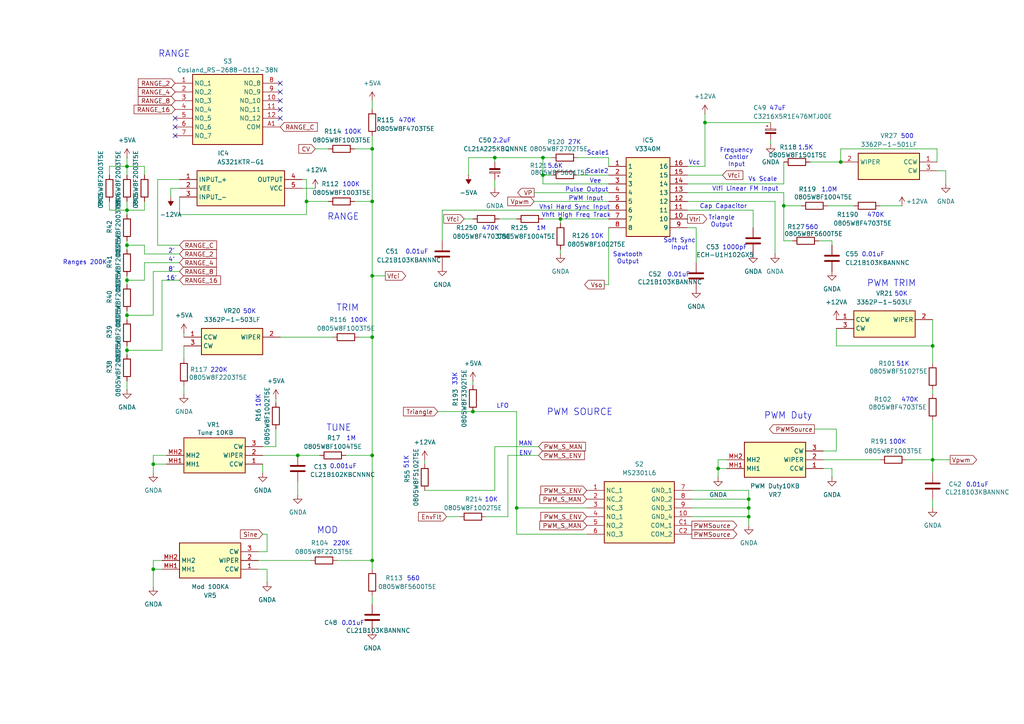
<source format=kicad_sch>
(kicad_sch (version 20250114) (generator "eeschema") (generator_version "9.0")
  (paper "A4")
  (text "LFO" (at 145.796 117.856 0) (effects (font (size 1.27 1.27))))
  (text "Scale2" (at 173.228 49.784 0) (effects (font (size 1.27 1.27))))
  (text "Vcc" (at 201.422 47.244 0) (effects (font (size 1.27 1.27))))
  (text "TRIM" (at 100.838 89.408 0) (effects (font (size 1.905 1.905))))
  (text "0.01uF" (at 283.464 140.716 0) (effects (font (size 1.27 1.27))))
  (text "560" (at 119.888 167.894 0) (effects (font (size 1.27 1.27))))
  (text "Frequency\nContlor\nInput" (at 213.614 45.72 0) (effects (font (size 1.27 1.27))))
  (text "220K" (at 63.5 107.442 0) (effects (font (size 1.27 1.27))))
  (text "10K" (at 142.494 145.034 0) (effects (font (size 1.27 1.27))))
  (text "33K" (at 131.9687 110.0165 90) (effects (font (size 1.27 1.27))))
  (text "RANGE" (at 50.546 15.748 0) (effects (font (size 1.905 1.905))))
  (text "Pulse Output" (at 170.18 55.118 0) (effects (font (size 1.27 1.27))))
  (text "47uF" (at 225.552 31.496 0) (effects (font (size 1.27 1.27))))
  (text "27K" (at 166.624 41.402 0) (effects (font (size 1.27 1.27))))
  (text "RANGE" (at 99.568 62.992 0) (effects (font (size 1.905 1.905))))
  (text "100K" (at 260.35 128.27 0) (effects (font (size 1.27 1.27))))
  (text "PWM SOURCE" (at 168.148 119.634 0) (effects (font (size 1.905 1.905))))
  (text "500" (at 263.144 39.624 0) (effects (font (size 1.27 1.27))))
  (text "Vhsi Hard Sync Input" (at 166.624 60.198 0) (effects (font (size 1.27 1.27))))
  (text "470K" (at 263.906 116.078 0) (effects (font (size 1.27 1.27))))
  (text "Triangle\nOutput" (at 209.296 64.262 0) (effects (font (size 1.27 1.27))))
  (text "0.001uF" (at 99.568 135.382 0) (effects (font (size 1.27 1.27))))
  (text "TUNE" (at 98.298 124.206 0) (effects (font (size 1.905 1.905))))
  (text "8'" (at 49.784 78.232 0) (effects (font (size 1.27 1.27))))
  (text "100K" (at 104.14 92.964 0) (effects (font (size 1.27 1.27))))
  (text "PWM Input" (at 169.926 57.658 0) (effects (font (size 1.27 1.27))))
  (text "51K" (at 117.856 134.112 90) (effects (font (size 1.27 1.27))))
  (text "470K" (at 254 62.484 0) (effects (font (size 1.27 1.27))))
  (text "PWM Duty" (at 228.6 120.65 0) (effects (font (size 1.905 1.905))))
  (text "1.5K" (at 233.68 42.926 0) (effects (font (size 1.27 1.27))))
  (text "Sawtooth\nOutput" (at 182.118 74.93 0) (effects (font (size 1.27 1.27))))
  (text "PWM TRIM" (at 258.572 82.296 0) (effects (font (size 1.905 1.905))))
  (text "1000pF" (at 213.106 71.882 0) (effects (font (size 1.27 1.27))))
  (text "Vlfi Linear FM Input" (at 216.154 54.864 0) (effects (font (size 1.27 1.27))))
  (text "220K" (at 99.06 157.734 0) (effects (font (size 1.27 1.27))))
  (text "MAN" (at 152.4 128.778 0) (effects (font (size 1.27 1.27))))
  (text "16'" (at 49.784 80.772 0) (effects (font (size 1.27 1.27))))
  (text "Vee" (at 172.72 52.578 0) (effects (font (size 1.27 1.27))))
  (text "10K" (at 173.228 68.58 0) (effects (font (size 1.27 1.27))))
  (text "0.01uF" (at 253.238 73.914 0) (effects (font (size 1.27 1.27))))
  (text "Soft Sync\nInput" (at 197.104 70.866 0) (effects (font (size 1.27 1.27))))
  (text "Scale1" (at 173.482 44.45 0) (effects (font (size 1.27 1.27))))
  (text "0.01uF" (at 102.362 180.848 0) (effects (font (size 1.27 1.27))))
  (text "Ranges 200K" (at 24.638 76.2 0) (effects (font (size 1.27 1.27))))
  (text "51K" (at 261.874 105.664 0) (effects (font (size 1.27 1.27))))
  (text "100K" (at 102.362 38.354 0) (effects (font (size 1.27 1.27))))
  (text "560" (at 235.458 66.04 0) (effects (font (size 1.27 1.27))))
  (text "2.2uF" (at 145.542 40.894 0) (effects (font (size 1.27 1.27))))
  (text "1M" (at 101.854 127.254 0) (effects (font (size 1.27 1.27))))
  (text "Vs Scale" (at 221.234 52.07 0) (effects (font (size 1.27 1.27))))
  (text "ENV" (at 152.4 131.572 0) (effects (font (size 1.27 1.27))))
  (text "50K" (at 72.39 90.424 0) (effects (font (size 1.27 1.27))))
  (text "470K" (at 142.24 66.294 0) (effects (font (size 1.27 1.27))))
  (text "100K" (at 101.854 53.594 0) (effects (font (size 1.27 1.27))))
  (text "10K" (at 74.93 116.332 90) (effects (font (size 1.27 1.27))))
  (text "1.0M" (at 240.538 55.118 0) (effects (font (size 1.27 1.27))))
  (text "Cap Capacitor" (at 209.804 59.944 0) (effects (font (size 1.27 1.27))))
  (text "0.01uF" (at 196.85 79.756 0) (effects (font (size 1.27 1.27))))
  (text "0.01uF" (at 120.904 73.152 0) (effects (font (size 1.27 1.27))))
  (text "50K" (at 261.366 85.344 0) (effects (font (size 1.27 1.27))))
  (text "470K" (at 118.11 35.052 0) (effects (font (size 1.27 1.27))))
  (text "1M" (at 156.972 66.294 0) (effects (font (size 1.27 1.27))))
  (text "4'" (at 49.784 75.438 0) (effects (font (size 1.27 1.27))))
  (text "MOD" (at 94.996 153.924 0) (effects (font (size 1.905 1.905))))
  (text "Vhft High Freq Track" (at 167.132 62.484 0) (effects (font (size 1.27 1.27))))
  (text "5.6K" (at 161.036 48.26 0) (effects (font (size 1.27 1.27))))
  (text "2'" (at 49.784 72.898 0) (effects (font (size 1.27 1.27))))
  (junction (at 36.83 91.44))
  (junction (at 36.83 101.6))
  (junction (at 44.45 134.62))
  (junction (at 107.95 97.79))
  (junction (at 157.48 50.8))
  (junction (at 157.48 45.72))
  (junction (at 44.45 165.1))
  (junction (at 107.95 58.42))
  (junction (at 204.47 35.56))
  (junction (at 86.36 132.08))
  (junction (at 137.16 119.38))
  (junction (at 149.86 147.32))
  (junction (at 88.9 58.42))
  (junction (at 227.33 59.69))
  (junction (at 143.51 45.72))
  (junction (at 36.83 71.12))
  (junction (at 162.56 63.5))
  (junction (at 36.83 60.96))
  (junction (at 107.95 162.56))
  (junction (at 107.95 80.01))
  (junction (at 36.83 81.28))
  (junction (at 107.95 43.18))
  (junction (at 243.84 46.99))
  (junction (at 36.83 48.26))
  (junction (at 270.51 133.35))
  (junction (at 217.17 147.32))
  (junction (at 107.95 132.08))
  (junction (at 270.51 100.33))
  (junction (at 217.17 144.78))
  (junction (at 208.28 135.89))
  (junction (at 217.17 149.86))
  (no_connect (at 81.28 26.67))
  (no_connect (at 81.28 31.75))
  (no_connect (at 50.8 34.29))
  (no_connect (at 50.8 36.83))
  (no_connect (at 81.28 29.21))
  (no_connect (at 81.28 34.29))
  (no_connect (at 81.28 24.13))
  (no_connect (at 50.8 39.37))
  (wire (pts (xy 76.2 129.54) (xy 80.01 129.54)))
  (wire (pts (xy 128.27 60.96) (xy 128.27 69.85)))
  (wire (pts (xy 227.33 46.99) (xy 227.33 53.34)))
  (wire (pts (xy 107.95 43.18) (xy 107.95 58.42)))
  (wire (pts (xy 107.95 172.72) (xy 107.95 175.26)))
  (wire (pts (xy 208.28 133.35) (xy 208.28 135.89)))
  (wire (pts (xy 200.66 149.86) (xy 217.17 149.86)))
  (wire (pts (xy 41.91 76.2) (xy 52.07 76.2)))
  (wire (pts (xy 36.83 48.26) (xy 41.91 48.26)))
  (wire (pts (xy 81.28 97.79) (xy 96.52 97.79)))
  (wire (pts (xy 176.53 45.72) (xy 167.64 45.72)))
  (wire (pts (xy 157.48 45.72) (xy 160.02 45.72)))
  (wire (pts (xy 200.66 147.32) (xy 217.17 147.32)))
  (wire (pts (xy 255.27 59.69) (xy 261.62 59.69)))
  (wire (pts (xy 45.72 71.12) (xy 45.72 52.07)))
  (wire (pts (xy 270.51 100.33) (xy 270.51 92.71)))
  (wire (pts (xy 149.86 147.32) (xy 149.86 119.38)))
  (wire (pts (xy 162.56 63.5) (xy 176.53 63.5)))
  (wire (pts (xy 53.34 96.52) (xy 53.34 97.79)))
  (wire (pts (xy 134.62 63.5) (xy 137.16 63.5)))
  (wire (pts (xy 137.16 110.49) (xy 137.16 111.76)))
  (wire (pts (xy 36.83 60.96) (xy 36.83 62.23)))
  (wire (pts (xy 46.99 101.6) (xy 46.99 81.28)))
  (wire (pts (xy 41.91 71.12) (xy 41.91 73.66)))
  (wire (pts (xy 199.39 55.88) (xy 227.33 55.88)))
  (wire (pts (xy 217.17 149.86) (xy 217.17 152.4)))
  (wire (pts (xy 217.17 144.78) (xy 217.17 147.32)))
  (wire (pts (xy 237.49 69.85) (xy 241.3 69.85)))
  (wire (pts (xy 262.89 133.35) (xy 270.51 133.35)))
  (wire (pts (xy 147.32 132.08) (xy 156.21 132.08)))
  (wire (pts (xy 242.57 124.46) (xy 242.57 130.81)))
  (wire (pts (xy 143.51 45.72) (xy 157.48 45.72)))
  (wire (pts (xy 238.76 133.35) (xy 255.27 133.35)))
  (wire (pts (xy 227.33 55.88) (xy 227.33 59.69)))
  (wire (pts (xy 36.83 90.17) (xy 36.83 91.44)))
  (wire (pts (xy 176.53 48.26) (xy 176.53 45.72)))
  (wire (pts (xy 270.51 133.35) (xy 275.59 133.35)))
  (wire (pts (xy 242.57 130.81) (xy 238.76 130.81)))
  (wire (pts (xy 143.51 129.54) (xy 156.21 129.54)))
  (wire (pts (xy 88.9 52.07) (xy 87.63 52.07)))
  (wire (pts (xy 175.26 82.55) (xy 176.53 82.55)))
  (wire (pts (xy 41.91 48.26) (xy 41.91 50.8)))
  (wire (pts (xy 224.79 58.42) (xy 224.79 73.66)))
  (wire (pts (xy 154.94 58.42) (xy 176.53 58.42)))
  (wire (pts (xy 76.2 154.94) (xy 77.47 154.94)))
  (wire (pts (xy 204.47 33.02) (xy 204.47 35.56)))
  (wire (pts (xy 77.47 165.1) (xy 77.47 168.91)))
  (wire (pts (xy 76.2 137.16) (xy 76.2 134.62)))
  (wire (pts (xy 111.76 80.01) (xy 107.95 80.01)))
  (wire (pts (xy 170.18 154.94) (xy 149.86 154.94)))
  (wire (pts (xy 53.34 111.76) (xy 53.34 114.3)))
  (wire (pts (xy 107.95 97.79) (xy 107.95 80.01)))
  (wire (pts (xy 208.28 135.89) (xy 208.28 138.43)))
  (wire (pts (xy 41.91 73.66) (xy 52.07 73.66)))
  (wire (pts (xy 36.83 91.44) (xy 44.45 91.44)))
  (wire (pts (xy 227.33 53.34) (xy 199.39 53.34)))
  (wire (pts (xy 53.34 100.33) (xy 53.34 104.14)))
  (wire (pts (xy 107.95 97.79) (xy 107.95 132.08)))
  (wire (pts (xy 36.83 80.01) (xy 36.83 81.28)))
  (wire (pts (xy 241.3 69.85) (xy 241.3 71.12)))
  (wire (pts (xy 229.87 69.85) (xy 227.33 69.85)))
  (wire (pts (xy 129.54 149.86) (xy 133.35 149.86)))
  (wire (pts (xy 270.51 113.03) (xy 270.51 114.3)))
  (wire (pts (xy 144.78 63.5) (xy 149.86 63.5)))
  (wire (pts (xy 270.51 133.35) (xy 270.51 137.16)))
  (wire (pts (xy 36.83 45.72) (xy 36.83 48.26)))
  (wire (pts (xy 36.83 91.44) (xy 36.83 92.71)))
  (wire (pts (xy 143.51 45.72) (xy 143.51 46.99)))
  (wire (pts (xy 127 119.38) (xy 137.16 119.38)))
  (wire (pts (xy 218.44 60.96) (xy 218.44 66.04)))
  (wire (pts (xy 45.72 71.12) (xy 52.07 71.12)))
  (wire (pts (xy 201.93 66.04) (xy 199.39 66.04)))
  (wire (pts (xy 200.66 144.78) (xy 217.17 144.78)))
  (wire (pts (xy 44.45 91.44) (xy 44.45 78.74)))
  (wire (pts (xy 217.17 147.32) (xy 217.17 149.86)))
  (wire (pts (xy 86.36 139.7) (xy 86.36 143.51)))
  (wire (pts (xy 46.99 162.56) (xy 44.45 162.56)))
  (wire (pts (xy 140.97 149.86) (xy 147.32 149.86)))
  (wire (pts (xy 31.75 50.8) (xy 31.75 48.26)))
  (wire (pts (xy 88.9 62.23) (xy 88.9 58.42)))
  (wire (pts (xy 234.95 46.99) (xy 243.84 46.99)))
  (wire (pts (xy 123.19 133.35) (xy 123.19 134.62)))
  (wire (pts (xy 157.48 63.5) (xy 162.56 63.5)))
  (wire (pts (xy 176.53 60.96) (xy 128.27 60.96)))
  (wire (pts (xy 74.93 162.56) (xy 90.17 162.56)))
  (wire (pts (xy 199.39 58.42) (xy 224.79 58.42)))
  (wire (pts (xy 143.51 142.24) (xy 143.51 129.54)))
  (wire (pts (xy 36.83 81.28) (xy 36.83 82.55)))
  (wire (pts (xy 204.47 48.26) (xy 199.39 48.26)))
  (wire (pts (xy 200.66 142.24) (xy 217.17 142.24)))
  (wire (pts (xy 199.39 60.96) (xy 218.44 60.96)))
  (wire (pts (xy 209.55 50.8) (xy 199.39 50.8)))
  (wire (pts (xy 160.02 50.8) (xy 157.48 50.8)))
  (wire (pts (xy 88.9 58.42) (xy 88.9 52.07)))
  (wire (pts (xy 36.83 69.85) (xy 36.83 71.12)))
  (wire (pts (xy 104.14 97.79) (xy 107.95 97.79)))
  (wire (pts (xy 242.57 100.33) (xy 270.51 100.33)))
  (wire (pts (xy 102.87 43.18) (xy 107.95 43.18)))
  (wire (pts (xy 176.53 82.55) (xy 176.53 66.04)))
  (wire (pts (xy 107.95 58.42) (xy 107.95 80.01)))
  (wire (pts (xy 86.36 132.08) (xy 92.71 132.08)))
  (wire (pts (xy 107.95 29.21) (xy 107.95 31.75)))
  (wire (pts (xy 48.26 134.62) (xy 44.45 134.62)))
  (wire (pts (xy 223.52 40.64) (xy 223.52 41.91)))
  (wire (pts (xy 74.93 165.1) (xy 77.47 165.1)))
  (wire (pts (xy 170.18 147.32) (xy 149.86 147.32)))
  (wire (pts (xy 41.91 81.28) (xy 41.91 76.2)))
  (wire (pts (xy 36.83 60.96) (xy 41.91 60.96)))
  (wire (pts (xy 271.78 49.53) (xy 274.32 49.53)))
  (wire (pts (xy 135.89 45.72) (xy 143.51 45.72)))
  (wire (pts (xy 36.83 58.42) (xy 36.83 60.96)))
  (wire (pts (xy 167.64 50.8) (xy 176.53 50.8)))
  (wire (pts (xy 80.01 124.46) (xy 80.01 129.54)))
  (wire (pts (xy 36.83 48.26) (xy 36.83 50.8)))
  (wire (pts (xy 240.03 59.69) (xy 247.65 59.69)))
  (wire (pts (xy 135.89 45.72) (xy 135.89 50.8)))
  (wire (pts (xy 154.94 55.88) (xy 176.53 55.88)))
  (wire (pts (xy 227.33 59.69) (xy 232.41 59.69)))
  (wire (pts (xy 147.32 149.86) (xy 147.32 132.08)))
  (wire (pts (xy 80.01 116.84) (xy 80.01 115.57)))
  (wire (pts (xy 210.82 135.89) (xy 208.28 135.89)))
  (wire (pts (xy 270.51 121.92) (xy 270.51 133.35)))
  (wire (pts (xy 44.45 162.56) (xy 44.45 165.1)))
  (wire (pts (xy 204.47 35.56) (xy 223.52 35.56)))
  (wire (pts (xy 45.72 52.07) (xy 52.07 52.07)))
  (wire (pts (xy 271.78 46.99) (xy 271.78 43.18)))
  (wire (pts (xy 91.44 43.18) (xy 95.25 43.18)))
  (wire (pts (xy 107.95 39.37) (xy 107.95 43.18)))
  (wire (pts (xy 143.51 52.07) (xy 143.51 54.61)))
  (wire (pts (xy 271.78 43.18) (xy 243.84 43.18)))
  (wire (pts (xy 123.19 142.24) (xy 143.51 142.24)))
  (wire (pts (xy 87.63 54.61) (xy 91.44 54.61)))
  (wire (pts (xy 176.53 53.34) (xy 157.48 53.34)))
  (wire (pts (xy 46.99 81.28) (xy 52.07 81.28)))
  (wire (pts (xy 31.75 48.26) (xy 36.83 48.26)))
  (wire (pts (xy 88.9 58.42) (xy 95.25 58.42)))
  (wire (pts (xy 46.99 165.1) (xy 44.45 165.1)))
  (wire (pts (xy 36.83 100.33) (xy 36.83 101.6)))
  (wire (pts (xy 243.84 43.18) (xy 243.84 46.99)))
  (wire (pts (xy 107.95 162.56) (xy 107.95 165.1)))
  (wire (pts (xy 41.91 60.96) (xy 41.91 58.42)))
  (wire (pts (xy 44.45 132.08) (xy 44.45 134.62)))
  (wire (pts (xy 44.45 78.74) (xy 52.07 78.74)))
  (wire (pts (xy 31.75 60.96) (xy 36.83 60.96)))
  (wire (pts (xy 74.93 160.02) (xy 77.47 160.02)))
  (wire (pts (xy 36.83 71.12) (xy 41.91 71.12)))
  (wire (pts (xy 49.53 54.61) (xy 49.53 57.15)))
  (wire (pts (xy 270.51 100.33) (xy 270.51 105.41)))
  (wire (pts (xy 157.48 45.72) (xy 157.48 50.8)))
  (wire (pts (xy 242.57 124.46) (xy 236.22 124.46)))
  (wire (pts (xy 270.51 144.78) (xy 270.51 147.32)))
  (wire (pts (xy 162.56 63.5) (xy 162.56 64.77)))
  (wire (pts (xy 149.86 154.94) (xy 149.86 147.32)))
  (wire (pts (xy 77.47 154.94) (xy 77.47 160.02)))
  (wire (pts (xy 107.95 162.56) (xy 107.95 132.08)))
  (wire (pts (xy 102.87 58.42) (xy 107.95 58.42)))
  (wire (pts (xy 100.33 132.08) (xy 107.95 132.08)))
  (wire (pts (xy 274.32 49.53) (xy 274.32 53.34)))
  (wire (pts (xy 149.86 119.38) (xy 137.16 119.38)))
  (wire (pts (xy 44.45 134.62) (xy 44.45 137.16)))
  (wire (pts (xy 48.26 132.08) (xy 44.45 132.08)))
  (wire (pts (xy 227.33 59.69) (xy 227.33 69.85)))
  (wire (pts (xy 36.83 101.6) (xy 46.99 101.6)))
  (wire (pts (xy 241.3 135.89) (xy 241.3 138.43)))
  (wire (pts (xy 52.07 57.15) (xy 52.07 62.23)))
  (wire (pts (xy 157.48 53.34) (xy 157.48 50.8)))
  (wire (pts (xy 52.07 54.61) (xy 49.53 54.61)))
  (wire (pts (xy 217.17 142.24) (xy 217.17 144.78)))
  (wire (pts (xy 36.83 71.12) (xy 36.83 72.39)))
  (wire (pts (xy 31.75 58.42) (xy 31.75 60.96)))
  (wire (pts (xy 44.45 165.1) (xy 44.45 170.18)))
  (wire (pts (xy 238.76 135.89) (xy 241.3 135.89)))
  (wire (pts (xy 210.82 133.35) (xy 208.28 133.35)))
  (wire (pts (xy 76.2 132.08) (xy 86.36 132.08)))
  (wire (pts (xy 52.07 62.23) (xy 88.9 62.23)))
  (wire (pts (xy 201.93 66.04) (xy 201.93 76.2)))
  (wire (pts (xy 242.57 95.25) (xy 242.57 100.33)))
  (wire (pts (xy 36.83 110.49) (xy 36.83 113.03)))
  (wire (pts (xy 97.79 162.56) (xy 107.95 162.56)))
  (wire (pts (xy 36.83 81.28) (xy 41.91 81.28)))
  (wire (pts (xy 162.56 73.66) (xy 162.56 72.39)))
  (wire (pts (xy 204.47 35.56) (xy 204.47 48.26)))
  (wire (pts (xy 36.83 101.6) (xy 36.83 102.87)))
  (global_label "VP" (shape output) (at 154.94 55.88 180) (property "Intersheetrefs" "${INTERSHEET_REFS}" (effects (hide yes))))
  (global_label "RANGE_16" (shape input) (at 52.07 81.28 0) (property "Intersheetrefs" "${INTERSHEET_REFS}" (effects (hide yes))))
  (global_label "Vpwm" (shape input) (at 154.94 58.42 180) (property "Intersheetrefs" "${INTERSHEET_REFS}" (effects (hide yes))))
  (global_label "RANGE_2" (shape input) (at 50.8 24.13 180) (property "Intersheetrefs" "${INTERSHEET_REFS}" (effects (hide yes))))
  (global_label "PWMSource" (shape output) (at 200.66 152.4 0) (property "Intersheetrefs" "${INTERSHEET_REFS}" (effects (hide yes))))
  (global_label "RANGE_C" (shape input) (at 81.28 36.83 0) (property "Intersheetrefs" "${INTERSHEET_REFS}" (effects (hide yes))))
  (global_label "RANGE_4" (shape input) (at 50.8 26.67 180) (property "Intersheetrefs" "${INTERSHEET_REFS}" (effects (hide yes))))
  (global_label "Vpwm" (shape output) (at 275.59 133.35 0) (property "Intersheetrefs" "${INTERSHEET_REFS}" (effects (hide yes))))
  (global_label "RANGE_8" (shape input) (at 50.8 29.21 180) (property "Intersheetrefs" "${INTERSHEET_REFS}" (effects (hide yes))))
  (global_label "EnvFlt" (shape input) (at 129.54 149.86 180) (property "Intersheetrefs" "${INTERSHEET_REFS}" (effects (hide yes))))
  (global_label "Vfci" (shape input) (at 209.55 50.8 0) (property "Intersheetrefs" "${INTERSHEET_REFS}" (effects (hide yes))))
  (global_label "PWM_S_MAN" (shape input) (at 156.21 129.54 0) (property "Intersheetrefs" "${INTERSHEET_REFS}" (effects (hide yes))))
  (global_label "RANGE_2" (shape input) (at 52.07 73.66 0) (property "Intersheetrefs" "${INTERSHEET_REFS}" (effects (hide yes))))
  (global_label "Triangle" (shape input) (at 127 119.38 180) (property "Intersheetrefs" "${INTERSHEET_REFS}" (effects (hide yes))))
  (global_label "PWM_S_ENV" (shape input) (at 156.21 132.08 0) (property "Intersheetrefs" "${INTERSHEET_REFS}" (effects (hide yes))))
  (global_label "PWM_S_MAN" (shape input) (at 170.18 152.4 180) (property "Intersheetrefs" "${INTERSHEET_REFS}" (effects (hide yes))))
  (global_label "RANGE_4" (shape input) (at 52.07 76.2 0) (property "Intersheetrefs" "${INTERSHEET_REFS}" (effects (hide yes))))
  (global_label "Sine" (shape input) (at 76.2 154.94 180) (property "Intersheetrefs" "${INTERSHEET_REFS}" (effects (hide yes))))
  (global_label "PWMSource" (shape output) (at 236.22 124.46 180) (property "Intersheetrefs" "${INTERSHEET_REFS}" (effects (hide yes))))
  (global_label "PWM_S_MAN" (shape input) (at 170.18 144.78 180) (property "Intersheetrefs" "${INTERSHEET_REFS}" (effects (hide yes))))
  (global_label "RANGE_16" (shape input) (at 50.8 31.75 180) (property "Intersheetrefs" "${INTERSHEET_REFS}" (effects (hide yes))))
  (global_label "PWM_S_ENV" (shape input) (at 170.18 142.24 180) (property "Intersheetrefs" "${INTERSHEET_REFS}" (effects (hide yes))))
  (global_label "CV" (shape input) (at 91.44 43.18 180) (property "Intersheetrefs" "${INTERSHEET_REFS}" (effects (hide yes))))
  (global_label "Vfci" (shape output) (at 111.76 80.01 0) (property "Intersheetrefs" "${INTERSHEET_REFS}" (effects (hide yes))))
  (global_label "RANGE_C" (shape input) (at 52.07 71.12 0) (property "Intersheetrefs" "${INTERSHEET_REFS}" (effects (hide yes))))
  (global_label "RANGE_8" (shape input) (at 52.07 78.74 0) (property "Intersheetrefs" "${INTERSHEET_REFS}" (effects (hide yes))))
  (global_label "Vfci" (shape input) (at 134.62 63.5 180) (property "Intersheetrefs" "${INTERSHEET_REFS}" (effects (hide yes))))
  (global_label "Vso" (shape output) (at 175.26 82.55 180) (property "Intersheetrefs" "${INTERSHEET_REFS}" (effects (hide yes))))
  (global_label "PWM_S_ENV" (shape input) (at 170.18 149.86 180) (property "Intersheetrefs" "${INTERSHEET_REFS}" (effects (hide yes))))
  (global_label "PWMSource" (shape output) (at 200.66 154.94 0) (property "Intersheetrefs" "${INTERSHEET_REFS}" (effects (hide yes))))
  (global_label "Vtri" (shape output) (at 199.39 63.5 0) (property "Intersheetrefs" "${INTERSHEET_REFS}" (effects (hide yes))))
  (symbol (lib_id "power:+5VA") (at 53.34 96.52 0) (unit 1)
    (property "Reference" "#PWR020" (effects (hide yes)))
    (property "Value" "+5VA" (at 53.34 91.44 0))
    (property "Description" "Power symbol creates a global label with name \"+5VA\"" (effects (hide yes)))
  )
  (symbol (lib_id "Device:R") (at 231.14 46.99 90) (unit 1)
    (property "Reference" "R118" (at 228.6 42.672 90))
    (property "Value" "0805W8F1501T5E" (at 231.394 44.958 90))
    (property "Footprint" "Resistor_SMD:R_0805_2012Metric_Pad1.20x1.40mm_HandSolder" (effects (hide yes)))
    (property "Description" "Resistor" (effects (hide yes)))
  )
  (symbol (lib_id "Device:R") (at 80.01 120.65 180) (unit 1)
    (property "Reference" "R16" (at 74.93 120.396 90))
    (property "Value" "0805W8F1002T5E" (at 77.47 120.65 90))
    (property "Footprint" "Resistor_SMD:R_0805_2012Metric_Pad1.20x1.40mm_HandSolder" (effects (hide yes)))
    (property "Description" "Resistor" (effects (hide yes)))
  )
  (symbol (lib_id "Device:R") (at 163.83 50.8 90) (unit 1)
    (property "Reference" "R121" (at 156.21 48.006 90))
    (property "Value" "0805W8F5601T5E" (at 162.306 50.038 90))
    (property "Footprint" "Resistor_SMD:R_0805_2012Metric_Pad1.20x1.40mm_HandSolder" (effects (hide yes)))
    (property "Description" "Resistor" (effects (hide yes)))
  )
  (symbol (lib_id "power:GNDA") (at 217.17 152.4 0) (unit 1)
    (property "Reference" "#PWR027" (effects (hide yes)))
    (property "Value" "GNDA" (at 217.17 157.48 0))
    (property "Description" "Power symbol creates a global label with name \"GNDA\" , analog ground" (effects (hide yes)))
  )
  (symbol (lib_id "Device:C") (at 201.93 80.01 180) (unit 1)
    (property "Reference" "C52" (at 187.96 79.502 0) (effects (justify right)))
    (property "Value" "CL21B103KBANNNC" (at 184.912 81.788 0) (effects (justify right)))
    (property "Footprint" "Capacitor_SMD:C_0805_2012Metric_Pad1.18x1.45mm_HandSolder" (effects (hide yes)))
    (property "Description" "Unpolarized capacitor" (effects (hide yes)))
  )
  (symbol (lib_id "Device:C") (at 218.44 69.85 180) (unit 1)
    (property "Reference" "C53" (at 204.724 71.628 0) (effects (justify right)))
    (property "Value" "ECH-U1H102GX5" (at 201.93 73.914 0) (effects (justify right)))
    (property "Footprint" "Capacitor_SMD:C_0805_2012Metric_Pad1.18x1.45mm_HandSolder" (effects (hide yes)))
    (property "Description" "Unpolarized capacitor" (effects (hide yes)))
  )
  (symbol (lib_id "power:+5VA") (at 80.01 115.57 0) (unit 1)
    (property "Reference" "#PWR017" (effects (hide yes)))
    (property "Value" "+5VA" (at 80.01 110.49 0))
    (property "Description" "Power symbol creates a global label with name \"+5VA\"" (effects (hide yes)))
  )
  (symbol (lib_id "SamacSys_Parts:RK09D117000B") (at 76.2 134.62 180) (unit 1)
    (property "Reference" "VR1" (at 61.976 123.19 0))
    (property "Value" "Tune 10KB" (at 62.484 125.476 0))
    (property "Footprint" "SamacSys_parts:RK09D117000B" (effects (hide yes)))
    (property "Datasheet" "https://tech.alpsalpine.com/prod/j/html/potentiometer/rotarypotentiometers/rk09k/rk09d117000b.html" (effects (hide yes)))
    (property "Description" "9-inch insulated shaft snap-in type RK09K/RK09D series" (effects (hide yes)))
    (property "Height" "30" (effects (hide yes)))
    (property "Manufacturer_Name" "ALPS Electric" (effects (hide yes)))
    (property "Manufacturer_Part_Number" "RK09D117000B" (effects (hide yes)))
    (property "Mouser Part Number" "688-RK09D117000B" (effects (hide yes)))
    (property "Mouser Price/Stock" "https://www.mouser.co.uk/ProductDetail/Alps-Alpine/RK09D117000B?qs=3cOf6TWd2rbc67829PEbEQ%3D%3D" (effects (hide yes)))
  )
  (symbol (lib_id "power:GNDA") (at 241.3 138.43 0) (unit 1)
    (property "Reference" "#PWR010" (effects (hide yes)))
    (property "Value" "GNDA" (at 241.3 143.51 0))
    (property "Description" "Power symbol creates a global label with name \"GNDA\" , analog ground" (effects (hide yes)))
  )
  (symbol (lib_id "power:GNDA") (at 77.47 168.91 0) (mirror y) (unit 1)
    (property "Reference" "#PWR013" (effects (hide yes)))
    (property "Value" "GNDA" (at 77.47 173.99 0))
    (property "Description" "Power symbol creates a global label with name \"GNDA\" , analog ground" (effects (hide yes)))
  )
  (symbol (lib_id "power:GNDA") (at 53.34 114.3 0) (unit 1)
    (property "Reference" "#PWR051" (effects (hide yes)))
    (property "Value" "GNDA" (at 53.34 119.38 0))
    (property "Description" "Power symbol creates a global label with name \"GNDA\" , analog ground" (effects (hide yes)))
  )
  (symbol (lib_id "Device:R") (at 93.98 162.56 90) (unit 1)
    (property "Reference" "R104" (at 92.71 157.48 90))
    (property "Value" "0805W8F2203T5E" (at 93.98 160.02 90))
    (property "Footprint" "Resistor_SMD:R_0805_2012Metric_Pad1.20x1.40mm_HandSolder" (effects (hide yes)))
    (property "Description" "Resistor" (effects (hide yes)))
  )
  (symbol (lib_id "Device:C") (at 86.36 135.89 180) (unit 1)
    (property "Reference" "C13" (at 90.932 135.382 0) (effects (justify right)))
    (property "Value" "CL21B102KBCNNNC" (at 89.916 137.668 0) (effects (justify right)))
    (property "Footprint" "Capacitor_SMD:C_0805_2012Metric_Pad1.18x1.45mm_HandSolder" (effects (hide yes)))
    (property "Description" "Unpolarized capacitor" (effects (hide yes)))
  )
  (symbol (lib_id "SamacSys_Parts:3362P-1-103LF") (at 53.34 97.79 0) (unit 1)
    (property "Reference" "VR20" (at 67.31 90.17 0))
    (property "Value" "3362P-1-503LF" (at 67.31 92.71 0))
    (property "Footprint" "SamacSys_parts:3362P_1" (effects (hide yes)))
    (property "Datasheet" "https://datasheet.datasheetarchive.com/originals/distributors/SFDatasheet-6/sf-000139931.pdf" (effects (hide yes)))
    (property "Description" "10k, Through Hole Trimmer Potentiometer 0.5W Top Adjust Bourns, 3362" (effects (hide yes)))
    (property "Manufacturer_Name" "Bourns" (effects (hide yes)))
    (property "Manufacturer_Part_Number" "3362P-1-103LF" (effects (hide yes)))
    (property "Mouser Part Number" "652-3362P-1-103LF" (effects (hide yes)))
    (property "Mouser Price/Stock" "https://www.mouser.co.uk/ProductDetail/Bourns/3362P-1-103LF?qs=tS7CBNq%252BQ07BavGNEQud%252BA%3D%3D" (effects (hide yes)))
    (property "Arrow Part Number" "3362P-1-103LF" (effects (hide yes)))
    (property "Arrow Price/Stock" "https://www.arrow.com/en/products/3362p-1-103lf/bourns?utm_currency=USD&region=nac" (effects (hide yes)))
  )
  (symbol (lib_id "power:GNDA") (at 218.44 73.66 0) (unit 1)
    (property "Reference" "#PWR063" (effects (hide yes)))
    (property "Value" "GNDA" (at 218.44 78.74 0))
    (property "Description" "Power symbol creates a global label with name \"GNDA\" , analog ground" (effects (hide yes)))
  )
  (symbol (lib_id "Device:R") (at 31.75 54.61 180) (unit 1)
    (property "Reference" "R43" (at 29.21 57.912 90))
    (property "Value" "0805W8F2003T5E" (at 29.21 52.07 90))
    (property "Footprint" "Resistor_SMD:R_0805_2012Metric_Pad1.20x1.40mm_HandSolder" (effects (hide yes)))
    (property "Description" "Resistor" (effects (hide yes)))
  )
  (symbol (lib_id "power:+12VA") (at 91.44 54.61 0) (unit 1)
    (property "Reference" "#PWR052" (effects (hide yes)))
    (property "Value" "+12VA" (at 91.694 49.276 0))
    (property "Description" "Power symbol creates a global label with name \"+12VA\"" (effects (hide yes)))
  )
  (symbol (lib_id "power:GNDA") (at 44.45 170.18 0) (mirror y) (unit 1)
    (property "Reference" "#PWR014" (effects (hide yes)))
    (property "Value" "GNDA" (at 44.45 175.26 0))
    (property "Description" "Power symbol creates a global label with name \"GNDA\" , analog ground" (effects (hide yes)))
  )
  (symbol (lib_id "Device:R") (at 140.97 63.5 90) (unit 1)
    (property "Reference" "R1250" (at 135.382 66.04 90))
    (property "Value" "0805W8F4703T5E" (at 139.7 68.58 90))
    (property "Footprint" "Resistor_SMD:R_0805_2012Metric_Pad1.20x1.40mm_HandSolder" (effects (hide yes)))
    (property "Description" "Resistor" (effects (hide yes)))
  )
  (symbol (lib_id "power:+12VA") (at 123.19 133.35 0) (unit 1)
    (property "Reference" "#PWR055" (effects (hide yes)))
    (property "Value" "+12VA" (at 123.19 128.27 0))
    (property "Description" "Power symbol creates a global label with name \"+12VA\"" (effects (hide yes)))
  )
  (symbol (lib_name "R_1") (lib_id "Device:R") (at 137.16 115.57 180) (unit 1)
    (property "Reference" "R193" (at 132.08 115.316 90))
    (property "Value" "0805W8F3302T5E" (at 134.62 115.57 90))
    (property "Footprint" "Resistor_SMD:R_0805_2012Metric_Pad1.20x1.40mm_HandSolder" (effects (hide yes)))
    (property "Description" "Resistor" (effects (hide yes)))
  )
  (symbol (lib_id "power:GNDA") (at 76.2 137.16 0) (unit 1)
    (property "Reference" "#PWR018" (effects (hide yes)))
    (property "Value" "GNDA" (at 76.2 142.24 0))
    (property "Description" "Power symbol creates a global label with name \"GNDA\" , analog ground" (effects (hide yes)))
  )
  (symbol (lib_id "SamacSys_Parts:MS2301L6") (at 170.18 142.24 0) (unit 1)
    (property "Reference" "S2" (at 185.42 134.62 0))
    (property "Value" "MS2301L6" (at 185.42 137.16 0))
    (property "Footprint" "SamacSys_parts:MS2301L6" (effects (hide yes)))
    (property "Datasheet" "https://www.citrelay.com/Catalog%20Pages/SwitchCatalog/MS2301.pdf" (effects (hide yes)))
    (property "Description" "SLIDE SWITCH DP3T 200MA 30VDC" (effects (hide yes)))
    (property "Height" "14.1" (effects (hide yes)))
    (property "Manufacturer_Name" "CIT Relay & Switch" (effects (hide yes)))
    (property "Manufacturer_Part_Number" "MS2301L6" (effects (hide yes)))
  )
  (symbol (lib_id "Device:R") (at 259.08 133.35 90) (unit 1)
    (property "Reference" "R191" (at 255.016 128.016 90))
    (property "Value" "0805W8F1003T5E" (at 259.08 130.81 90))
    (property "Footprint" "Resistor_SMD:R_0805_2012Metric_Pad1.20x1.40mm_HandSolder" (effects (hide yes)))
    (property "Description" "Resistor" (effects (hide yes)))
  )
  (symbol (lib_id "Device:C_Polarized_Small") (at 143.51 49.53 180) (unit 1)
    (property "Reference" "C50" (at 138.684 40.64 0) (effects (justify right)))
    (property "Value" "CL21A225KBQNNNE" (at 134.366 43.18 0) (effects (justify right)))
    (property "Footprint" "Capacitor_SMD:C_0805_2012Metric_Pad1.18x1.45mm_HandSolder" (effects (hide yes)))
    (property "Description" "Polarized capacitor, small symbol" (effects (hide yes)))
  )
  (symbol (lib_id "Device:R") (at 270.51 118.11 180) (unit 1)
    (property "Reference" "R102" (at 256.032 115.824 0))
    (property "Value" "0805W8F4703T5E" (at 260.35 118.11 0))
    (property "Footprint" "Resistor_SMD:R_0805_2012Metric_Pad1.20x1.40mm_HandSolder" (effects (hide yes)))
    (property "Description" "Resistor" (effects (hide yes)))
  )
  (symbol (lib_id "Device:R") (at 137.16 149.86 90) (unit 1)
    (property "Reference" "R214" (at 137.414 144.78 90))
    (property "Value" "0805W8F1002T5E" (at 137.16 147.32 90))
    (property "Footprint" "Resistor_SMD:R_0805_2012Metric_Pad1.20x1.40mm_HandSolder" (effects (hide yes)))
    (property "Description" "Resistor" (effects (hide yes)))
  )
  (symbol (lib_id "power:+12VA") (at 242.57 92.71 0) (unit 1)
    (property "Reference" "#PWR067" (effects (hide yes)))
    (property "Value" "+12VA" (at 242.57 87.63 0))
    (property "Description" "Power symbol creates a global label with name \"+12VA\"" (effects (hide yes)))
  )
  (symbol (lib_id "Device:R") (at 36.83 54.61 180) (unit 1)
    (property "Reference" "R44" (at 34.29 57.912 90))
    (property "Value" "0805W8F2003T5E" (at 34.29 52.07 90))
    (property "Footprint" "Resistor_SMD:R_0805_2012Metric_Pad1.20x1.40mm_HandSolder" (effects (hide yes)))
    (property "Description" "Resistor" (effects (hide yes)))
  )
  (symbol (lib_id "power:GNDA") (at 162.56 73.66 0) (unit 1)
    (property "Reference" "#PWR061" (effects (hide yes)))
    (property "Value" "GNDA" (at 162.56 78.74 0))
    (property "Description" "Power symbol creates a global label with name \"GNDA\" , analog ground" (effects (hide yes)))
  )
  (symbol (lib_id "Device:R") (at 99.06 58.42 90) (unit 1)
    (property "Reference" "R112" (at 95.758 53.34 90))
    (property "Value" "0805W8F1003T5E" (at 99.06 55.88 90))
    (property "Footprint" "Resistor_SMD:R_0805_2012Metric_Pad1.20x1.40mm_HandSolder" (effects (hide yes)))
    (property "Description" "Resistor" (effects (hide yes)))
  )
  (symbol (lib_id "Device:R") (at 162.56 68.58 180) (unit 1)
    (property "Reference" "R126" (at 168.402 68.326 0))
    (property "Value" "0805W8F1002T5E" (at 172.974 70.866 0))
    (property "Footprint" "Resistor_SMD:R_0805_2012Metric_Pad1.20x1.40mm_HandSolder" (effects (hide yes)))
    (property "Description" "Resistor" (effects (hide yes)))
  )
  (symbol (lib_id "power:+5VA") (at 36.83 45.72 0) (unit 1)
    (property "Reference" "#PWR015" (effects (hide yes)))
    (property "Value" "+5VA" (at 36.83 40.64 0))
    (property "Description" "Power symbol creates a global label with name \"+5VA\"" (effects (hide yes)))
  )
  (symbol (lib_id "power:GNDA") (at 274.32 53.34 0) (unit 1)
    (property "Reference" "#PWR070" (effects (hide yes)))
    (property "Value" "GNDA" (at 274.32 58.42 0))
    (property "Description" "Power symbol creates a global label with name \"GNDA\" , analog ground" (effects (hide yes)))
  )
  (symbol (lib_id "Device:C") (at 128.27 73.66 180) (unit 1)
    (property "Reference" "C51" (at 111.76 72.898 0) (effects (justify right)))
    (property "Value" "CL21B103KBANNNC" (at 109.22 75.438 0) (effects (justify right)))
    (property "Footprint" "Capacitor_SMD:C_0805_2012Metric_Pad1.18x1.45mm_HandSolder" (effects (hide yes)))
    (property "Description" "Unpolarized capacitor" (effects (hide yes)))
  )
  (symbol (lib_id "Device:R") (at 233.68 69.85 90) (unit 1)
    (property "Reference" "R127" (at 230.886 65.786 90))
    (property "Value" "0805W8F5600T5E" (at 235.966 67.818 90))
    (property "Footprint" "Resistor_SMD:R_0805_2012Metric_Pad1.20x1.40mm_HandSolder" (effects (hide yes)))
    (property "Description" "Resistor" (effects (hide yes)))
  )
  (symbol (lib_id "Device:R") (at 251.46 59.69 90) (unit 1)
    (property "Reference" "R1190" (at 245.872 62.23 90))
    (property "Value" "0805W8F4703T5E" (at 250.19 64.77 90))
    (property "Footprint" "Resistor_SMD:R_0805_2012Metric_Pad1.20x1.40mm_HandSolder" (effects (hide yes)))
    (property "Description" "Resistor" (effects (hide yes)))
  )
  (symbol (lib_id "Device:R") (at 163.83 45.72 90) (unit 1)
    (property "Reference" "R120" (at 161.29 41.148 90))
    (property "Value" "0805W8F2702T5E" (at 162.052 43.18 90))
    (property "Footprint" "Resistor_SMD:R_0805_2012Metric_Pad1.20x1.40mm_HandSolder" (effects (hide yes)))
    (property "Description" "Resistor" (effects (hide yes)))
  )
  (symbol (lib_id "SamacSys_Parts:AS321KTR-E1") (at 52.07 52.07 0) (unit 1)
    (property "Reference" "IC4" (at 64.77 44.45 0))
    (property "Value" "AS321KTR-G1" (at 69.85 46.99 0))
    (property "Footprint" "SamacSys_parts:SOT95P282X145-5N" (effects (hide yes)))
    (property "Datasheet" "https://www.diodes.com//assets/Datasheets/AS321.pdf" (effects (hide yes)))
    (property "Description" "Excellent Phase Margin: 60 deg.  Large Voltage Gain: 100dB (Typical)  Low Input Bias Current: 20nA (Typical)  Low Input Offset Voltage: 2mV (Typical)  Low Supply Current: 0.35mA at VCC = 5V  Wide Power Supply Voltage:  Single Supply: 3V to 36V  Dual Supplies: +/-1.5V to +/-18V  Wide Input Common Mode Voltage Range: 0V to VCC-1.5V  Lead-Free Packages: SOT25  Totally Lead-Free; RoHS Compliant (Notes 1 & 2)  Lead-Free Packages, Available in Green Molding Compound: SOT25  Totally Lead-F" (effects (hide yes)))
    (property "Height" "1.45" (effects (hide yes)))
    (property "Manufacturer_Name" "Diodes Incorporated" (effects (hide yes)))
    (property "Manufacturer_Part_Number" "AS321KTR-E1" (effects (hide yes)))
    (property "Mouser Part Number" "621-AS321KTR-E1" (effects (hide yes)))
    (property "Mouser Price/Stock" "https://www.mouser.co.uk/ProductDetail/Diodes-Incorporated/AS321KTR-E1?qs=5V6w%252Be2aIqbJH6DETpx4Lw%3D%3D" (effects (hide yes)))
    (property "Arrow Part Number" "AS321KTR-E1" (effects (hide yes)))
    (property "Arrow Price/Stock" "https://www.arrow.com/en/products/as321ktr-e1/diodes-incorporated?region=nac" (effects (hide yes)))
  )
  (symbol (lib_id "Device:R") (at 36.83 106.68 180) (unit 1)
    (property "Reference" "R38" (at 31.75 106.426 90))
    (property "Value" "0805W8F2003T5E" (at 34.29 106.68 90))
    (property "Footprint" "Resistor_SMD:R_0805_2012Metric_Pad1.20x1.40mm_HandSolder" (effects (hide yes)))
    (property "Description" "Resistor" (effects (hide yes)))
  )
  (symbol (lib_id "power:GNDA") (at 86.36 143.51 0) (unit 1)
    (property "Reference" "#PWR0105" (effects (hide yes)))
    (property "Value" "GNDA" (at 86.36 148.59 0))
    (property "Description" "Power symbol creates a global label with name \"GNDA\" , analog ground" (effects (hide yes)))
  )
  (symbol (lib_id "power:-5VA") (at 135.89 50.8 180) (unit 1)
    (property "Reference" "#PWR056" (effects (hide yes)))
    (property "Value" "-5VA" (at 135.89 55.88 0))
    (property "Description" "Power symbol creates a global label with name \"-5VA\"" (effects (hide yes)))
  )
  (symbol (lib_id "Device:R") (at 36.83 76.2 180) (unit 1)
    (property "Reference" "R41" (at 31.75 75.946 90))
    (property "Value" "0805W8F2003T5E" (at 34.29 76.2 90))
    (property "Footprint" "Resistor_SMD:R_0805_2012Metric_Pad1.20x1.40mm_HandSolder" (effects (hide yes)))
    (property "Description" "Resistor" (effects (hide yes)))
  )
  (symbol (lib_id "Device:R") (at 41.91 54.61 180) (unit 1)
    (property "Reference" "R45" (at 39.37 57.912 90))
    (property "Value" "0805W8F2003T5E" (at 39.37 52.07 90))
    (property "Footprint" "Resistor_SMD:R_0805_2012Metric_Pad1.20x1.40mm_HandSolder" (effects (hide yes)))
    (property "Description" "Resistor" (effects (hide yes)))
  )
  (symbol (lib_id "Device:R") (at 123.19 138.43 180) (unit 1)
    (property "Reference" "R55" (at 118.11 138.176 90))
    (property "Value" "0805W8F5102T5E" (at 120.65 138.43 90))
    (property "Footprint" "Resistor_SMD:R_0805_2012Metric_Pad1.20x1.40mm_HandSolder" (effects (hide yes)))
    (property "Description" "Resistor" (effects (hide yes)))
  )
  (symbol (lib_id "Device:R") (at 36.83 66.04 180) (unit 1)
    (property "Reference" "R42" (at 31.75 65.786 90))
    (property "Value" "0805W8F2003T5E" (at 34.29 66.04 90))
    (property "Footprint" "Resistor_SMD:R_0805_2012Metric_Pad1.20x1.40mm_HandSolder" (effects (hide yes)))
    (property "Description" "Resistor" (effects (hide yes)))
  )
  (symbol (lib_id "power:+5VA") (at 107.95 29.21 0) (unit 1)
    (property "Reference" "#PWR053" (effects (hide yes)))
    (property "Value" "+5VA" (at 107.95 24.13 0))
    (property "Description" "Power symbol creates a global label with name \"+5VA\"" (effects (hide yes)))
  )
  (symbol (lib_id "power:GNDA") (at 107.95 182.88 0) (unit 1)
    (property "Reference" "#PWR054" (effects (hide yes)))
    (property "Value" "GNDA" (at 107.95 187.96 0))
    (property "Description" "Power symbol creates a global label with name \"GNDA\" , analog ground" (effects (hide yes)))
  )
  (symbol (lib_id "SamacSys_Parts:Cosland_RS-2688-0112-38N") (at 50.8 24.13 0) (unit 1)
    (property "Reference" "S3" (at 66.04 17.78 0))
    (property "Value" "Cosland_RS-2688-0112-38N" (at 66.04 20.32 0))
    (property "Footprint" "SamacSys_parts:Cosland_RS-2688-0112-38N" (effects (hide yes)))
    (property "Datasheet" "https://www.mouser.co.uk/datasheet/2/242/CK-681.pdf" (effects (hide yes)))
    (property "Description" "Rotary Switches RTRY 1POL 12POS PCB 6.35X38MM FLAT SHAFT" (effects (hide yes)))
    (property "Manufacturer_Name" "Lorlin" (effects (hide yes)))
    (property "Manufacturer_Part_Number" "CK1054" (effects (hide yes)))
    (property "Mouser Part Number" "10WA344" (effects (hide yes)))
    (property "Mouser Price/Stock" "https://www.mouser.co.uk/ProductDetail/Lorlin/CK1054?qs=VJkHNLJxjTfWQrtEif20Zg%3D%3D" (effects (hide yes)))
  )
  (symbol (lib_id "Device:C") (at 241.3 74.93 180) (unit 1)
    (property "Reference" "C55" (at 245.11 73.6599 0) (effects (justify right)))
    (property "Value" "CL21B103KBANNNC" (at 245.11 76.1999 0) (effects (justify right)))
    (property "Footprint" "Capacitor_SMD:C_0805_2012Metric_Pad1.18x1.45mm_HandSolder" (effects (hide yes)))
    (property "Description" "Unpolarized capacitor" (effects (hide yes)))
  )
  (symbol (lib_id "Device:R") (at 99.06 43.18 90) (unit 1)
    (property "Reference" "R114" (at 96.52 38.1 90))
    (property "Value" "0805W8F1003T5E" (at 99.06 40.64 90))
    (property "Footprint" "Resistor_SMD:R_0805_2012Metric_Pad1.20x1.40mm_HandSolder" (effects (hide yes)))
    (property "Description" "Resistor" (effects (hide yes)))
  )
  (symbol (lib_id "Device:R") (at 36.83 86.36 180) (unit 1)
    (property "Reference" "R40" (at 31.75 86.106 90))
    (property "Value" "0805W8F2003T5E" (at 34.29 86.36 90))
    (property "Footprint" "Resistor_SMD:R_0805_2012Metric_Pad1.20x1.40mm_HandSolder" (effects (hide yes)))
    (property "Description" "Resistor" (effects (hide yes)))
  )
  (symbol (lib_id "power:GNDA") (at 44.45 137.16 0) (unit 1)
    (property "Reference" "#PWR0103" (effects (hide yes)))
    (property "Value" "GNDA" (at 44.45 142.24 0))
    (property "Description" "Power symbol creates a global label with name \"GNDA\" , analog ground" (effects (hide yes)))
  )
  (symbol (lib_id "Device:R") (at 100.33 97.79 90) (unit 1)
    (property "Reference" "R116" (at 98.044 92.71 90))
    (property "Value" "0805W8F1003T5E" (at 100.33 95.25 90))
    (property "Footprint" "Resistor_SMD:R_0805_2012Metric_Pad1.20x1.40mm_HandSolder" (effects (hide yes)))
    (property "Description" "Resistor" (effects (hide yes)))
  )
  (symbol (lib_id "power:GNDA") (at 224.79 73.66 0) (unit 1)
    (property "Reference" "#PWR065" (effects (hide yes)))
    (property "Value" "GNDA" (at 224.79 78.74 0))
    (property "Description" "Power symbol creates a global label with name \"GNDA\" , analog ground" (effects (hide yes)))
  )
  (symbol (lib_id "power:GNDA") (at 201.93 83.82 0) (unit 1)
    (property "Reference" "#PWR074" (effects (hide yes)))
    (property "Value" "GNDA" (at 201.93 88.9 0))
    (property "Description" "Power symbol creates a global label with name \"GNDA\" , analog ground" (effects (hide yes)))
  )
  (symbol (lib_id "power:-12VA") (at 49.53 57.15 180) (unit 1)
    (property "Reference" "#PWR0106" (effects (hide yes)))
    (property "Value" "-12VA" (at 49.53 62.23 0))
    (property "Description" "Power symbol creates a global label with name \"-12VA\"" (effects (hide yes)))
  )
  (symbol (lib_id "power:+12VA") (at 261.62 59.69 0) (unit 1)
    (property "Reference" "#PWR03" (effects (hide yes)))
    (property "Value" "+12VA" (at 265.938 58.42 0))
    (property "Description" "Power symbol creates a global label with name \"+12VA\"" (effects (hide yes)))
  )
  (symbol (lib_id "Device:C_Polarized_Small") (at 223.52 38.1 0) (unit 1)
    (property "Reference" "C49" (at 218.44 31.242 0) (effects (justify left)))
    (property "Value" "C3216X5R1E476MTJ00E" (at 218.44 33.782 0) (effects (justify left)))
    (property "Footprint" "Capacitor_SMD:C_1206_3216Metric_Pad1.33x1.80mm_HandSolder" (effects (hide yes)))
    (property "Description" "Polarized capacitor, small symbol" (effects (hide yes)))
  )
  (symbol (lib_id "SamacSys_Parts:RK09D117000B") (at 238.76 135.89 180) (unit 1)
    (property "Reference" "VR7" (at 224.79 143.51 0))
    (property "Value" "PWM Duty10KB" (at 224.79 140.97 0))
    (property "Footprint" "SamacSys_parts:RK09D117000B" (effects (hide yes)))
    (property "Datasheet" "https://tech.alpsalpine.com/prod/j/html/potentiometer/rotarypotentiometers/rk09k/rk09d117000b.html" (effects (hide yes)))
    (property "Description" "9-inch insulated shaft snap-in type RK09K/RK09D series" (effects (hide yes)))
    (property "Height" "30" (effects (hide yes)))
    (property "Manufacturer_Name" "ALPS Electric" (effects (hide yes)))
    (property "Manufacturer_Part_Number" "RK09D117000B" (effects (hide yes)))
    (property "Mouser Part Number" "688-RK09D117000B" (effects (hide yes)))
    (property "Mouser Price/Stock" "https://www.mouser.co.uk/ProductDetail/Alps-Alpine/RK09D117000B?qs=3cOf6TWd2rbc67829PEbEQ%3D%3D" (effects (hide yes)))
  )
  (symbol (lib_id "Device:C") (at 270.51 140.97 180) (unit 1)
    (property "Reference" "C42" (at 275.082 140.462 0) (effects (justify right)))
    (property "Value" "CL21B103KBANNNC" (at 274.066 142.748 0) (effects (justify right)))
    (property "Footprint" "Capacitor_SMD:C_0805_2012Metric_Pad1.18x1.45mm_HandSolder" (effects (hide yes)))
    (property "Description" "Unpolarized capacitor" (effects (hide yes)))
  )
  (symbol (lib_id "power:GNDA") (at 270.51 147.32 0) (unit 1)
    (property "Reference" "#PWR068" (effects (hide yes)))
    (property "Value" "GNDA" (at 270.51 152.4 0))
    (property "Description" "Power symbol creates a global label with name \"GNDA\" , analog ground" (effects (hide yes)))
  )
  (symbol (lib_id "Device:R") (at 153.67 63.5 90) (unit 1)
    (property "Reference" "R125" (at 150.622 66.04 90))
    (property "Value" "0805W8F1004T5E" (at 152.654 68.58 90))
    (property "Footprint" "Resistor_SMD:R_0805_2012Metric_Pad1.20x1.40mm_HandSolder" (effects (hide yes)))
    (property "Description" "Resistor" (effects (hide yes)))
  )
  (symbol (lib_id "Device:C") (at 107.95 179.07 180) (unit 1)
    (property "Reference" "C48" (at 93.98 180.594 0) (effects (justify right)))
    (property "Value" "CL21B103KBANNNC" (at 100.33 182.88 0) (effects (justify right)))
    (property "Footprint" "Capacitor_SMD:C_0805_2012Metric_Pad1.18x1.45mm_HandSolder" (effects (hide yes)))
    (property "Description" "Unpolarized capacitor" (effects (hide yes)))
  )
  (symbol (lib_id "Device:R") (at 53.34 107.95 180) (unit 1)
    (property "Reference" "R117" (at 57.658 107.188 0))
    (property "Value" "0805W8F2203T5E" (at 63.246 109.474 0))
    (property "Footprint" "Resistor_SMD:R_0805_2012Metric_Pad1.20x1.40mm_HandSolder" (effects (hide yes)))
    (property "Description" "Resistor" (effects (hide yes)))
  )
  (symbol (lib_id "power:GNDA") (at 143.51 54.61 0) (unit 1)
    (property "Reference" "#PWR058" (effects (hide yes)))
    (property "Value" "GNDA" (at 143.51 59.69 0))
    (property "Description" "Power symbol creates a global label with name \"GNDA\" , analog ground" (effects (hide yes)))
  )
  (symbol (lib_id "power:GNDA") (at 241.3 78.74 0) (unit 1)
    (property "Reference" "#PWR0107" (effects (hide yes)))
    (property "Value" "GNDA" (at 241.3 83.82 0))
    (property "Description" "Power symbol creates a global label with name \"GNDA\" , analog ground" (effects (hide yes)))
  )
  (symbol (lib_id "SamacSys_Parts:3362P-1-103LF") (at 242.57 92.71 0) (unit 1)
    (property "Reference" "VR21" (at 256.54 85.09 0))
    (property "Value" "3362P-1-503LF" (at 256.54 87.63 0))
    (property "Footprint" "SamacSys_parts:3362P_1" (effects (hide yes)))
    (property "Datasheet" "https://datasheet.datasheetarchive.com/originals/distributors/SFDatasheet-6/sf-000139931.pdf" (effects (hide yes)))
    (property "Description" "10k, Through Hole Trimmer Potentiometer 0.5W Top Adjust Bourns, 3362" (effects (hide yes)))
    (property "Manufacturer_Name" "Bourns" (effects (hide yes)))
    (property "Manufacturer_Part_Number" "3362P-1-103LF" (effects (hide yes)))
    (property "Mouser Part Number" "652-3362P-1-103LF" (effects (hide yes)))
    (property "Mouser Price/Stock" "https://www.mouser.co.uk/ProductDetail/Bourns/3362P-1-103LF?qs=tS7CBNq%252BQ07BavGNEQud%252BA%3D%3D" (effects (hide yes)))
    (property "Arrow Part Number" "3362P-1-103LF" (effects (hide yes)))
    (property "Arrow Price/Stock" "https://www.arrow.com/en/products/3362p-1-103lf/bourns?utm_currency=USD&region=nac" (effects (hide yes)))
  )
  (symbol (lib_id "power:GNDA") (at 36.83 113.03 0) (unit 1)
    (property "Reference" "#PWR016" (effects (hide yes)))
    (property "Value" "GNDA" (at 36.83 118.11 0))
    (property "Description" "Power symbol creates a global label with name \"GNDA\" , analog ground" (effects (hide yes)))
  )
  (symbol (lib_id "power:GNDA") (at 128.27 77.47 0) (unit 1)
    (property "Reference" "#PWR071" (effects (hide yes)))
    (property "Value" "GNDA" (at 128.27 82.55 0))
    (property "Description" "Power symbol creates a global label with name \"GNDA\" , analog ground" (effects (hide yes)))
  )
  (symbol (lib_id "Device:R") (at 236.22 59.69 90) (unit 1)
    (property "Reference" "R119" (at 234.188 54.864 90))
    (property "Value" "0805W8F1004T5E" (at 238.76 57.15 90))
    (property "Footprint" "Resistor_SMD:R_0805_2012Metric_Pad1.20x1.40mm_HandSolder" (effects (hide yes)))
    (property "Description" "Resistor" (effects (hide yes)))
  )
  (symbol (lib_id "SamacSys_Parts:V3340M") (at 176.53 48.26 0) (unit 1)
    (property "Reference" "IC5" (at 187.96 40.64 0))
    (property "Value" "V3340M" (at 187.96 43.18 0))
    (property "Footprint" "Package_SO:SOP-16_3.9x9.9mm_P1.27mm" (effects (hide yes)))
    (property "Description" "Coolaudio V13700 dual transconductance op-amp, surface-mount package." (effects (hide yes)))
    (property "Height" "4.318" (effects (hide yes)))
    (property "Manufacturer_Name" "cool audio" (effects (hide yes)))
    (property "Manufacturer_Part_Number" "V3340M" (effects (hide yes)))
  )
  (symbol (lib_id "Device:R") (at 107.95 168.91 0) (unit 1)
    (property "Reference" "R113" (at 114.3 167.64 0))
    (property "Value" "0805W8F5600T5E" (at 118.11 170.18 0))
    (property "Footprint" "Resistor_SMD:R_0805_2012Metric_Pad1.20x1.40mm_HandSolder" (effects (hide yes)))
    (property "Description" "Resistor" (effects (hide yes)))
  )
  (symbol (lib_id "power:GNDA") (at 208.28 138.43 0) (unit 1)
    (property "Reference" "#PWR09" (effects (hide yes)))
    (property "Value" "GNDA" (at 208.28 143.51 0))
    (property "Description" "Power symbol creates a global label with name \"GNDA\" , analog ground" (effects (hide yes)))
  )
  (symbol (lib_id "power:+5VA") (at 137.16 110.49 0) (unit 1)
    (property "Reference" "#PWR057" (effects (hide yes)))
    (property "Value" "+5VA" (at 137.16 105.41 0))
    (property "Description" "Power symbol creates a global label with name \"+5VA\"" (effects (hide yes)))
  )
  (symbol (lib_id "SamacSys_Parts:RK09D117000B") (at 74.93 165.1 180) (unit 1)
    (property "Reference" "VR5" (at 60.96 172.72 0))
    (property "Value" "Mod 100KA" (at 60.96 170.18 0))
    (property "Footprint" "SamacSys_parts:RK09D117000B" (effects (hide yes)))
    (property "Datasheet" "https://tech.alpsalpine.com/prod/j/html/potentiometer/rotarypotentiometers/rk09k/rk09d117000b.html" (effects (hide yes)))
    (property "Description" "9-inch insulated shaft snap-in type RK09K/RK09D series" (effects (hide yes)))
    (property "Height" "30" (effects (hide yes)))
    (property "Manufacturer_Name" "ALPS Electric" (effects (hide yes)))
    (property "Manufacturer_Part_Number" "RK09D117000B" (effects (hide yes)))
    (property "Mouser Part Number" "688-RK09D117000B" (effects (hide yes)))
    (property "Mouser Price/Stock" "https://www.mouser.co.uk/ProductDetail/Alps-Alpine/RK09D117000B?qs=3cOf6TWd2rbc67829PEbEQ%3D%3D" (effects (hide yes)))
  )
  (symbol (lib_id "SamacSys_Parts:3362P-1-103LF") (at 271.78 46.99 0) (mirror y) (unit 1)
    (property "Reference" "VR27" (at 257.81 39.37 0))
    (property "Value" "3362P-1-501LF" (at 257.81 41.91 0))
    (property "Footprint" "SamacSys_parts:3362P_1" (effects (hide yes)))
    (property "Datasheet" "https://datasheet.datasheetarchive.com/originals/distributors/SFDatasheet-6/sf-000139931.pdf" (effects (hide yes)))
    (property "Description" "10k, Through Hole Trimmer Potentiometer 0.5W Top Adjust Bourns, 3362" (effects (hide yes)))
    (property "Manufacturer_Name" "Bourns" (effects (hide yes)))
    (property "Manufacturer_Part_Number" "3362P-1-103LF" (effects (hide yes)))
    (property "Mouser Part Number" "652-3362P-1-103LF" (effects (hide yes)))
    (property "Mouser Price/Stock" "https://www.mouser.co.uk/ProductDetail/Bourns/3362P-1-103LF?qs=tS7CBNq%252BQ07BavGNEQud%252BA%3D%3D" (effects (hide yes)))
    (property "Arrow Part Number" "3362P-1-103LF" (effects (hide yes)))
    (property "Arrow Price/Stock" "https://www.arrow.com/en/products/3362p-1-103lf/bourns?utm_currency=USD&region=nac" (effects (hide yes)))
  )
  (symbol (lib_id "Device:R") (at 270.51 109.22 180) (unit 1)
    (property "Reference" "R101" (at 257.302 105.41 0))
    (property "Value" "0805W8F5102T5E" (at 260.604 107.696 0))
    (property "Footprint" "Resistor_SMD:R_0805_2012Metric_Pad1.20x1.40mm_HandSolder" (effects (hide yes)))
    (property "Description" "Resistor" (effects (hide yes)))
  )
  (symbol (lib_id "Device:R") (at 107.95 35.56 180) (unit 1)
    (property "Reference" "R115" (at 111.76 34.798 0))
    (property "Value" "0805W8F4703T5E" (at 117.602 37.338 0))
    (property "Footprint" "Resistor_SMD:R_0805_2012Metric_Pad1.20x1.40mm_HandSolder" (effects (hide yes)))
    (property "Description" "Resistor" (effects (hide yes)))
  )
  (symbol (lib_id "power:+12VA") (at 204.47 33.02 0) (unit 1)
    (property "Reference" "#PWR062" (effects (hide yes)))
    (property "Value" "+12VA" (at 204.47 27.94 0))
    (property "Description" "Power symbol creates a global label with name \"+12VA\"" (effects (hide yes)))
  )
  (symbol (lib_id "Device:R") (at 36.83 96.52 180) (unit 1)
    (property "Reference" "R39" (at 31.75 96.266 90))
    (property "Value" "0805W8F2003T5E" (at 34.29 96.52 90))
    (property "Footprint" "Resistor_SMD:R_0805_2012Metric_Pad1.20x1.40mm_HandSolder" (effects (hide yes)))
    (property "Description" "Resistor" (effects (hide yes)))
  )
  (symbol (lib_id "Device:R") (at 96.52 132.08 90) (unit 1)
    (property "Reference" "R17" (at 96.774 127 90))
    (property "Value" "0805W8F1004T5E" (at 96.52 129.54 90))
    (property "Footprint" "Resistor_SMD:R_0805_2012Metric_Pad1.20x1.40mm_HandSolder" (effects (hide yes)))
    (property "Description" "Resistor" (effects (hide yes)))
  )
  (symbol (lib_id "power:GNDA") (at 223.52 41.91 0) (unit 1)
    (property "Reference" "#PWR064" (effects (hide yes)))
    (property "Value" "GNDA" (at 223.52 46.99 0))
    (property "Description" "Power symbol creates a global label with name \"GNDA\" , analog ground" (effects (hide yes)))
  )
)
</source>
